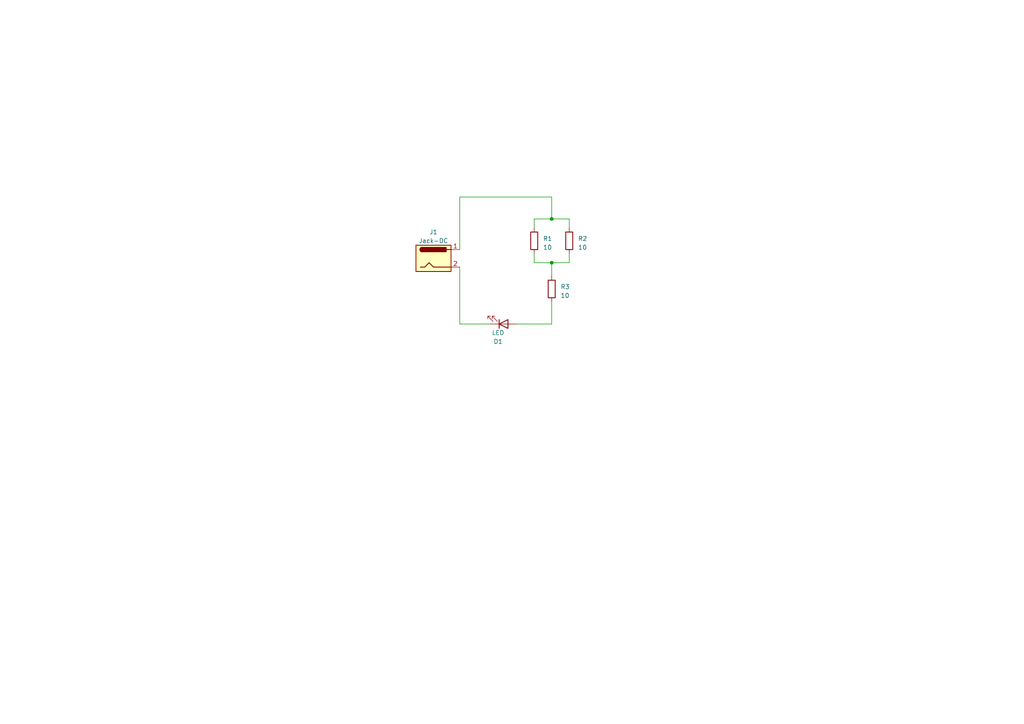
<source format=kicad_sch>
(kicad_sch (version 20230121) (generator eeschema)
  (paper "A4")
  (lib_symbols
    (symbol "Connector:Jack-DC" (pin_names (offset 1.016))
      (property "Reference" "J" (at 0 5.334 0))
      (property "Value" "Jack-DC" (at 0 -5.08 0))
      (symbol "Jack-DC_0_1"
        (rectangle (start -5.08 3.81) (end 5.08 -3.81) (stroke (width 0.254)) (fill (type background)))
        (arc (start -3.302 3.175) (mid -3.9343 2.54) (end -3.302 1.905) (stroke (width 0.254)))
        (arc (start -3.302 3.175) (mid -3.9343 2.54) (end -3.302 1.905) (stroke (width 0.254)) (fill (type outline)))
        (polyline (pts (xy 5.08 2.54) (xy 3.81 2.54)) (stroke (width 0.254)))
        (polyline (pts (xy -3.81 -2.54) (xy -2.54 -2.54) (xy -1.27 -1.27) (xy 0 -2.54) (xy 2.54 -2.54) (xy 5.08 -2.54)) (stroke (width 0.254)))
        (rectangle (start 3.683 3.175) (end -3.302 1.905) (stroke (width 0.254)) (fill (type outline)))
      )
      (symbol "Jack-DC_1_1"
        (pin passive line (at 7.62 2.54 180) (length 2.54) (name "~") (number "1"))
        (pin passive line (at 7.62 -2.54 180) (length 2.54) (name "~") (number "2"))
      )
    )
    (symbol "Device:LED" (pin_numbers hide) (pin_names (offset 1.016) hide)
      (property "Reference" "D" (at 0 2.54 0))
      (property "Value" "LED" (at 0 -2.54 0))
      (symbol "LED_0_1"
        (polyline (pts (xy -1.27 -1.27) (xy -1.27 1.27)) (stroke (width 0.254)))
        (polyline (pts (xy -1.27 0) (xy 1.27 0)))
        (polyline (pts (xy 1.27 -1.27) (xy 1.27 1.27) (xy -1.27 0) (xy 1.27 -1.27)) (stroke (width 0.254)))
        (polyline (pts (xy -3.048 -0.762) (xy -4.572 -2.286) (xy -3.81 -2.286) (xy -4.572 -2.286) (xy -4.572 -1.524)))
        (polyline (pts (xy -1.778 -0.762) (xy -3.302 -2.286) (xy -2.54 -2.286) (xy -3.302 -2.286) (xy -3.302 -1.524)))
      )
      (symbol "LED_1_1"
        (pin passive line (at -3.81 0 0) (length 2.54) (name "K") (number "1"))
        (pin passive line (at 3.81 0 180) (length 2.54) (name "A") (number "2"))
      )
    )
    (symbol "Device:R" (pin_numbers hide) (pin_names (offset 0))
      (property "Reference" "R" (at 2.032 0 90))
      (property "Value" "R" (at 0 0 90))
      (symbol "R_0_1"
        (rectangle (start -1.016 -2.54) (end 1.016 2.54) (stroke (width 0.254)))
      )
      (symbol "R_1_1"
        (pin passive line (at 0 3.81 270) (length 1.27) (name "~") (number "1"))
        (pin passive line (at 0 -3.81 90) (length 1.27) (name "~") (number "2"))
      )
    )
  )
  (junction (at 160.02 63.5))
  (junction (at 160.02 76.2))
  (wire (pts (xy 160.02 76.2) (xy 160.02 80.01)))
  (wire (pts (xy 133.35 72.39) (xy 133.35 57.15)))
  (wire (pts (xy 133.35 77.47) (xy 133.35 93.98)))
  (wire (pts (xy 160.02 93.98) (xy 149.86 93.98)))
  (wire (pts (xy 160.02 63.5) (xy 165.1 63.5)))
  (wire (pts (xy 154.94 73.66) (xy 154.94 76.2)))
  (wire (pts (xy 160.02 76.2) (xy 165.1 76.2)))
  (wire (pts (xy 133.35 57.15) (xy 160.02 57.15)))
  (wire (pts (xy 165.1 76.2) (xy 165.1 73.66)))
  (wire (pts (xy 160.02 57.15) (xy 160.02 63.5)))
  (wire (pts (xy 133.35 93.98) (xy 142.24 93.98)))
  (wire (pts (xy 165.1 63.5) (xy 165.1 66.04)))
  (wire (pts (xy 160.02 87.63) (xy 160.02 93.98)))
  (wire (pts (xy 154.94 76.2) (xy 160.02 76.2)))
  (wire (pts (xy 154.94 66.04) (xy 154.94 63.5)))
  (wire (pts (xy 154.94 63.5) (xy 160.02 63.5)))
  (symbol (lib_id "Device:R") (at 154.94 69.85 0) (unit 1)
    (property "Reference" "R1" (at 157.48 69.215 0) (effects (justify left)))
    (property "Value" "10" (at 157.48 71.755 0) (effects (justify left)))
    (property "Footprint" "Resistor_SMD:R_2512_6332Metric" (effects hide))
  )
  (symbol (lib_id "Connector:Jack-DC") (at 125.73 74.93 0) (unit 1)
    (property "Reference" "J1" (at 125.73 67.31 0))
    (property "Value" "Jack-DC" (at 125.73 69.85 0))
    (property "Footprint" "DCJack:DCJack" (effects hide))
  )
  (symbol (lib_id "Device:R") (at 165.1 69.85 0) (unit 1)
    (property "Reference" "R2" (at 167.64 69.215 0) (effects (justify left)))
    (property "Value" "10" (at 167.64 71.755 0) (effects (justify left)))
    (property "Footprint" "Resistor_SMD:R_2512_6332Metric" (effects hide))
  )
  (symbol (lib_id "Device:R") (at 160.02 83.82 0) (unit 1)
    (property "Reference" "R3" (at 162.56 83.185 0) (effects (justify left)))
    (property "Value" "10" (at 162.56 85.725 0) (effects (justify left)))
    (property "Footprint" "Resistor_SMD:R_2512_6332Metric" (effects hide))
  )
  (symbol (lib_id "Device:LED") (at 146.05 93.98 0) (mirror x) (unit 1)
    (property "Reference" "D1" (at 144.4625 99.06 0))
    (property "Value" "LED" (at 144.4625 96.52 0))
    (property "Footprint" "LED_THT:LED_D5.0mm" (effects hide))
  )
)
</source>
